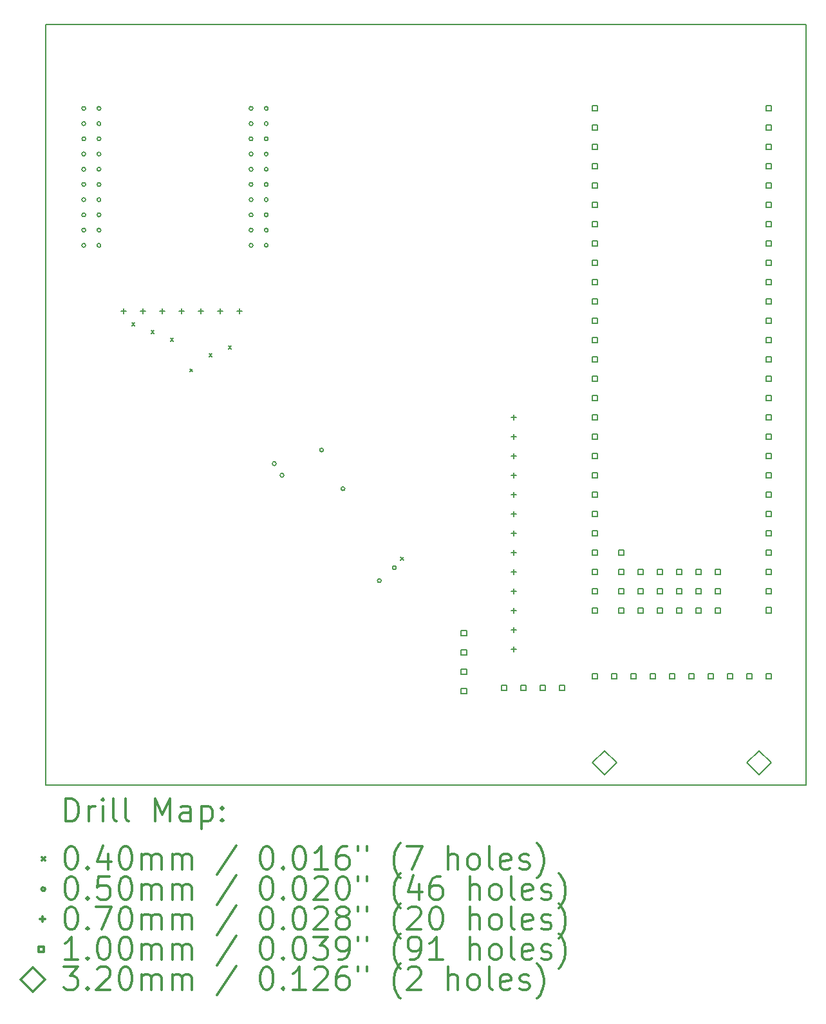
<source format=gbr>
%FSLAX45Y45*%
G04 Gerber Fmt 4.5, Leading zero omitted, Abs format (unit mm)*
G04 Created by KiCad (PCBNEW 4.0.7-e2-6376~58~ubuntu16.04.1) date Tue Oct  2 08:29:19 2018*
%MOMM*%
%LPD*%
G01*
G04 APERTURE LIST*
%ADD10C,0.127000*%
%ADD11C,0.150000*%
%ADD12C,0.200000*%
%ADD13C,0.300000*%
G04 APERTURE END LIST*
D10*
D11*
X20000000Y-5000000D02*
X10000000Y-5000000D01*
X20000000Y-15000000D02*
X20000000Y-5000000D01*
X10000000Y-15000000D02*
X20000000Y-15000000D01*
X10000000Y-5000000D02*
X10000000Y-15000000D01*
D12*
X11130600Y-8918260D02*
X11170600Y-8958260D01*
X11170600Y-8918260D02*
X11130600Y-8958260D01*
X11384600Y-9019860D02*
X11424600Y-9059860D01*
X11424600Y-9019860D02*
X11384600Y-9059860D01*
X11638600Y-9121460D02*
X11678600Y-9161460D01*
X11678600Y-9121460D02*
X11638600Y-9161460D01*
X11892600Y-9522780D02*
X11932600Y-9562780D01*
X11932600Y-9522780D02*
X11892600Y-9562780D01*
X12146600Y-9322120D02*
X12186600Y-9362120D01*
X12186600Y-9322120D02*
X12146600Y-9362120D01*
X12400600Y-9223060D02*
X12440600Y-9263060D01*
X12440600Y-9223060D02*
X12400600Y-9263060D01*
X14667550Y-12000550D02*
X14707550Y-12040550D01*
X14707550Y-12000550D02*
X14667550Y-12040550D01*
X10525000Y-6100000D02*
G75*
G03X10525000Y-6100000I-25000J0D01*
G01*
X10525000Y-6300000D02*
G75*
G03X10525000Y-6300000I-25000J0D01*
G01*
X10525000Y-6500000D02*
G75*
G03X10525000Y-6500000I-25000J0D01*
G01*
X10525000Y-6700000D02*
G75*
G03X10525000Y-6700000I-25000J0D01*
G01*
X10525000Y-6900000D02*
G75*
G03X10525000Y-6900000I-25000J0D01*
G01*
X10525000Y-7100000D02*
G75*
G03X10525000Y-7100000I-25000J0D01*
G01*
X10525000Y-7300000D02*
G75*
G03X10525000Y-7300000I-25000J0D01*
G01*
X10525000Y-7500000D02*
G75*
G03X10525000Y-7500000I-25000J0D01*
G01*
X10525000Y-7700000D02*
G75*
G03X10525000Y-7700000I-25000J0D01*
G01*
X10525000Y-7900000D02*
G75*
G03X10525000Y-7900000I-25000J0D01*
G01*
X10725000Y-6100000D02*
G75*
G03X10725000Y-6100000I-25000J0D01*
G01*
X10725000Y-6300000D02*
G75*
G03X10725000Y-6300000I-25000J0D01*
G01*
X10725000Y-6500000D02*
G75*
G03X10725000Y-6500000I-25000J0D01*
G01*
X10725000Y-6700000D02*
G75*
G03X10725000Y-6700000I-25000J0D01*
G01*
X10725000Y-6900000D02*
G75*
G03X10725000Y-6900000I-25000J0D01*
G01*
X10725000Y-7100000D02*
G75*
G03X10725000Y-7100000I-25000J0D01*
G01*
X10725000Y-7300000D02*
G75*
G03X10725000Y-7300000I-25000J0D01*
G01*
X10725000Y-7500000D02*
G75*
G03X10725000Y-7500000I-25000J0D01*
G01*
X10725000Y-7700000D02*
G75*
G03X10725000Y-7700000I-25000J0D01*
G01*
X10725000Y-7900000D02*
G75*
G03X10725000Y-7900000I-25000J0D01*
G01*
X12725000Y-6100000D02*
G75*
G03X12725000Y-6100000I-25000J0D01*
G01*
X12725000Y-6300000D02*
G75*
G03X12725000Y-6300000I-25000J0D01*
G01*
X12725000Y-6500000D02*
G75*
G03X12725000Y-6500000I-25000J0D01*
G01*
X12725000Y-6700000D02*
G75*
G03X12725000Y-6700000I-25000J0D01*
G01*
X12725000Y-6900000D02*
G75*
G03X12725000Y-6900000I-25000J0D01*
G01*
X12725000Y-7100000D02*
G75*
G03X12725000Y-7100000I-25000J0D01*
G01*
X12725000Y-7300000D02*
G75*
G03X12725000Y-7300000I-25000J0D01*
G01*
X12725000Y-7500000D02*
G75*
G03X12725000Y-7500000I-25000J0D01*
G01*
X12725000Y-7700000D02*
G75*
G03X12725000Y-7700000I-25000J0D01*
G01*
X12725000Y-7900000D02*
G75*
G03X12725000Y-7900000I-25000J0D01*
G01*
X12925000Y-6100000D02*
G75*
G03X12925000Y-6100000I-25000J0D01*
G01*
X12925000Y-6300000D02*
G75*
G03X12925000Y-6300000I-25000J0D01*
G01*
X12925000Y-6500000D02*
G75*
G03X12925000Y-6500000I-25000J0D01*
G01*
X12925000Y-6700000D02*
G75*
G03X12925000Y-6700000I-25000J0D01*
G01*
X12925000Y-6900000D02*
G75*
G03X12925000Y-6900000I-25000J0D01*
G01*
X12925000Y-7100000D02*
G75*
G03X12925000Y-7100000I-25000J0D01*
G01*
X12925000Y-7300000D02*
G75*
G03X12925000Y-7300000I-25000J0D01*
G01*
X12925000Y-7500000D02*
G75*
G03X12925000Y-7500000I-25000J0D01*
G01*
X12925000Y-7700000D02*
G75*
G03X12925000Y-7700000I-25000J0D01*
G01*
X12925000Y-7900000D02*
G75*
G03X12925000Y-7900000I-25000J0D01*
G01*
X13029800Y-10769600D02*
G75*
G03X13029800Y-10769600I-25000J0D01*
G01*
X13131400Y-10922000D02*
G75*
G03X13131400Y-10922000I-25000J0D01*
G01*
X13652100Y-10591800D02*
G75*
G03X13652100Y-10591800I-25000J0D01*
G01*
X13934040Y-11099800D02*
G75*
G03X13934040Y-11099800I-25000J0D01*
G01*
X14411560Y-12308840D02*
G75*
G03X14411560Y-12308840I-25000J0D01*
G01*
X14609680Y-12138660D02*
G75*
G03X14609680Y-12138660I-25000J0D01*
G01*
X11023600Y-8728000D02*
X11023600Y-8798000D01*
X10988600Y-8763000D02*
X11058600Y-8763000D01*
X11277600Y-8728000D02*
X11277600Y-8798000D01*
X11242600Y-8763000D02*
X11312600Y-8763000D01*
X11531600Y-8728000D02*
X11531600Y-8798000D01*
X11496600Y-8763000D02*
X11566600Y-8763000D01*
X11785600Y-8728000D02*
X11785600Y-8798000D01*
X11750600Y-8763000D02*
X11820600Y-8763000D01*
X12039600Y-8728000D02*
X12039600Y-8798000D01*
X12004600Y-8763000D02*
X12074600Y-8763000D01*
X12293600Y-8728000D02*
X12293600Y-8798000D01*
X12258600Y-8763000D02*
X12328600Y-8763000D01*
X12547600Y-8728000D02*
X12547600Y-8798000D01*
X12512600Y-8763000D02*
X12582600Y-8763000D01*
X16154400Y-10125000D02*
X16154400Y-10195000D01*
X16119400Y-10160000D02*
X16189400Y-10160000D01*
X16154400Y-10379000D02*
X16154400Y-10449000D01*
X16119400Y-10414000D02*
X16189400Y-10414000D01*
X16154400Y-10633000D02*
X16154400Y-10703000D01*
X16119400Y-10668000D02*
X16189400Y-10668000D01*
X16154400Y-10887000D02*
X16154400Y-10957000D01*
X16119400Y-10922000D02*
X16189400Y-10922000D01*
X16154400Y-11141000D02*
X16154400Y-11211000D01*
X16119400Y-11176000D02*
X16189400Y-11176000D01*
X16154400Y-11395000D02*
X16154400Y-11465000D01*
X16119400Y-11430000D02*
X16189400Y-11430000D01*
X16154400Y-11649000D02*
X16154400Y-11719000D01*
X16119400Y-11684000D02*
X16189400Y-11684000D01*
X16154400Y-11903000D02*
X16154400Y-11973000D01*
X16119400Y-11938000D02*
X16189400Y-11938000D01*
X16154400Y-12157000D02*
X16154400Y-12227000D01*
X16119400Y-12192000D02*
X16189400Y-12192000D01*
X16154400Y-12411000D02*
X16154400Y-12481000D01*
X16119400Y-12446000D02*
X16189400Y-12446000D01*
X16154400Y-12665000D02*
X16154400Y-12735000D01*
X16119400Y-12700000D02*
X16189400Y-12700000D01*
X16154400Y-12919000D02*
X16154400Y-12989000D01*
X16119400Y-12954000D02*
X16189400Y-12954000D01*
X16154400Y-13173000D02*
X16154400Y-13243000D01*
X16119400Y-13208000D02*
X16189400Y-13208000D01*
X15535356Y-13035356D02*
X15535356Y-12964644D01*
X15464644Y-12964644D01*
X15464644Y-13035356D01*
X15535356Y-13035356D01*
X15535356Y-13289356D02*
X15535356Y-13218644D01*
X15464644Y-13218644D01*
X15464644Y-13289356D01*
X15535356Y-13289356D01*
X15535356Y-13543356D02*
X15535356Y-13472644D01*
X15464644Y-13472644D01*
X15464644Y-13543356D01*
X15535356Y-13543356D01*
X15535356Y-13797356D02*
X15535356Y-13726644D01*
X15464644Y-13726644D01*
X15464644Y-13797356D01*
X15535356Y-13797356D01*
X16062756Y-13751356D02*
X16062756Y-13680644D01*
X15992044Y-13680644D01*
X15992044Y-13751356D01*
X16062756Y-13751356D01*
X16316756Y-13751356D02*
X16316756Y-13680644D01*
X16246044Y-13680644D01*
X16246044Y-13751356D01*
X16316756Y-13751356D01*
X16570756Y-13751356D02*
X16570756Y-13680644D01*
X16500044Y-13680644D01*
X16500044Y-13751356D01*
X16570756Y-13751356D01*
X16824756Y-13751356D02*
X16824756Y-13680644D01*
X16754044Y-13680644D01*
X16754044Y-13751356D01*
X16824756Y-13751356D01*
X17256556Y-6131356D02*
X17256556Y-6060644D01*
X17185844Y-6060644D01*
X17185844Y-6131356D01*
X17256556Y-6131356D01*
X17256556Y-6385356D02*
X17256556Y-6314644D01*
X17185844Y-6314644D01*
X17185844Y-6385356D01*
X17256556Y-6385356D01*
X17256556Y-6639356D02*
X17256556Y-6568644D01*
X17185844Y-6568644D01*
X17185844Y-6639356D01*
X17256556Y-6639356D01*
X17256556Y-6893356D02*
X17256556Y-6822644D01*
X17185844Y-6822644D01*
X17185844Y-6893356D01*
X17256556Y-6893356D01*
X17256556Y-7147356D02*
X17256556Y-7076644D01*
X17185844Y-7076644D01*
X17185844Y-7147356D01*
X17256556Y-7147356D01*
X17256556Y-7401356D02*
X17256556Y-7330644D01*
X17185844Y-7330644D01*
X17185844Y-7401356D01*
X17256556Y-7401356D01*
X17256556Y-7655356D02*
X17256556Y-7584644D01*
X17185844Y-7584644D01*
X17185844Y-7655356D01*
X17256556Y-7655356D01*
X17256556Y-7909356D02*
X17256556Y-7838644D01*
X17185844Y-7838644D01*
X17185844Y-7909356D01*
X17256556Y-7909356D01*
X17256556Y-8163356D02*
X17256556Y-8092644D01*
X17185844Y-8092644D01*
X17185844Y-8163356D01*
X17256556Y-8163356D01*
X17256556Y-8417356D02*
X17256556Y-8346644D01*
X17185844Y-8346644D01*
X17185844Y-8417356D01*
X17256556Y-8417356D01*
X17256556Y-8671356D02*
X17256556Y-8600644D01*
X17185844Y-8600644D01*
X17185844Y-8671356D01*
X17256556Y-8671356D01*
X17256556Y-8925356D02*
X17256556Y-8854644D01*
X17185844Y-8854644D01*
X17185844Y-8925356D01*
X17256556Y-8925356D01*
X17256556Y-9179356D02*
X17256556Y-9108644D01*
X17185844Y-9108644D01*
X17185844Y-9179356D01*
X17256556Y-9179356D01*
X17256556Y-9433356D02*
X17256556Y-9362644D01*
X17185844Y-9362644D01*
X17185844Y-9433356D01*
X17256556Y-9433356D01*
X17256556Y-9687356D02*
X17256556Y-9616644D01*
X17185844Y-9616644D01*
X17185844Y-9687356D01*
X17256556Y-9687356D01*
X17256556Y-9941356D02*
X17256556Y-9870644D01*
X17185844Y-9870644D01*
X17185844Y-9941356D01*
X17256556Y-9941356D01*
X17256556Y-10195356D02*
X17256556Y-10124644D01*
X17185844Y-10124644D01*
X17185844Y-10195356D01*
X17256556Y-10195356D01*
X17256556Y-10449356D02*
X17256556Y-10378644D01*
X17185844Y-10378644D01*
X17185844Y-10449356D01*
X17256556Y-10449356D01*
X17256556Y-10703356D02*
X17256556Y-10632644D01*
X17185844Y-10632644D01*
X17185844Y-10703356D01*
X17256556Y-10703356D01*
X17256556Y-10957356D02*
X17256556Y-10886644D01*
X17185844Y-10886644D01*
X17185844Y-10957356D01*
X17256556Y-10957356D01*
X17256556Y-11211356D02*
X17256556Y-11140644D01*
X17185844Y-11140644D01*
X17185844Y-11211356D01*
X17256556Y-11211356D01*
X17256556Y-11465356D02*
X17256556Y-11394644D01*
X17185844Y-11394644D01*
X17185844Y-11465356D01*
X17256556Y-11465356D01*
X17256556Y-11719356D02*
X17256556Y-11648644D01*
X17185844Y-11648644D01*
X17185844Y-11719356D01*
X17256556Y-11719356D01*
X17256556Y-11973356D02*
X17256556Y-11902644D01*
X17185844Y-11902644D01*
X17185844Y-11973356D01*
X17256556Y-11973356D01*
X17256556Y-12227356D02*
X17256556Y-12156644D01*
X17185844Y-12156644D01*
X17185844Y-12227356D01*
X17256556Y-12227356D01*
X17256556Y-12481356D02*
X17256556Y-12410644D01*
X17185844Y-12410644D01*
X17185844Y-12481356D01*
X17256556Y-12481356D01*
X17256556Y-12735356D02*
X17256556Y-12664644D01*
X17185844Y-12664644D01*
X17185844Y-12735356D01*
X17256556Y-12735356D01*
X17256556Y-13598956D02*
X17256556Y-13528244D01*
X17185844Y-13528244D01*
X17185844Y-13598956D01*
X17256556Y-13598956D01*
X17510556Y-13598956D02*
X17510556Y-13528244D01*
X17439844Y-13528244D01*
X17439844Y-13598956D01*
X17510556Y-13598956D01*
X17606556Y-11973356D02*
X17606556Y-11902644D01*
X17535844Y-11902644D01*
X17535844Y-11973356D01*
X17606556Y-11973356D01*
X17606556Y-12227356D02*
X17606556Y-12156644D01*
X17535844Y-12156644D01*
X17535844Y-12227356D01*
X17606556Y-12227356D01*
X17606556Y-12481356D02*
X17606556Y-12410644D01*
X17535844Y-12410644D01*
X17535844Y-12481356D01*
X17606556Y-12481356D01*
X17606556Y-12735356D02*
X17606556Y-12664644D01*
X17535844Y-12664644D01*
X17535844Y-12735356D01*
X17606556Y-12735356D01*
X17764556Y-13598956D02*
X17764556Y-13528244D01*
X17693844Y-13528244D01*
X17693844Y-13598956D01*
X17764556Y-13598956D01*
X17860556Y-12227356D02*
X17860556Y-12156644D01*
X17789844Y-12156644D01*
X17789844Y-12227356D01*
X17860556Y-12227356D01*
X17860556Y-12481356D02*
X17860556Y-12410644D01*
X17789844Y-12410644D01*
X17789844Y-12481356D01*
X17860556Y-12481356D01*
X17860556Y-12735356D02*
X17860556Y-12664644D01*
X17789844Y-12664644D01*
X17789844Y-12735356D01*
X17860556Y-12735356D01*
X18018556Y-13598956D02*
X18018556Y-13528244D01*
X17947844Y-13528244D01*
X17947844Y-13598956D01*
X18018556Y-13598956D01*
X18114556Y-12227356D02*
X18114556Y-12156644D01*
X18043844Y-12156644D01*
X18043844Y-12227356D01*
X18114556Y-12227356D01*
X18114556Y-12481356D02*
X18114556Y-12410644D01*
X18043844Y-12410644D01*
X18043844Y-12481356D01*
X18114556Y-12481356D01*
X18114556Y-12735356D02*
X18114556Y-12664644D01*
X18043844Y-12664644D01*
X18043844Y-12735356D01*
X18114556Y-12735356D01*
X18272556Y-13598956D02*
X18272556Y-13528244D01*
X18201844Y-13528244D01*
X18201844Y-13598956D01*
X18272556Y-13598956D01*
X18368556Y-12227356D02*
X18368556Y-12156644D01*
X18297844Y-12156644D01*
X18297844Y-12227356D01*
X18368556Y-12227356D01*
X18368556Y-12481356D02*
X18368556Y-12410644D01*
X18297844Y-12410644D01*
X18297844Y-12481356D01*
X18368556Y-12481356D01*
X18368556Y-12735356D02*
X18368556Y-12664644D01*
X18297844Y-12664644D01*
X18297844Y-12735356D01*
X18368556Y-12735356D01*
X18526556Y-13598956D02*
X18526556Y-13528244D01*
X18455844Y-13528244D01*
X18455844Y-13598956D01*
X18526556Y-13598956D01*
X18622556Y-12227356D02*
X18622556Y-12156644D01*
X18551844Y-12156644D01*
X18551844Y-12227356D01*
X18622556Y-12227356D01*
X18622556Y-12481356D02*
X18622556Y-12410644D01*
X18551844Y-12410644D01*
X18551844Y-12481356D01*
X18622556Y-12481356D01*
X18622556Y-12735356D02*
X18622556Y-12664644D01*
X18551844Y-12664644D01*
X18551844Y-12735356D01*
X18622556Y-12735356D01*
X18780556Y-13598956D02*
X18780556Y-13528244D01*
X18709844Y-13528244D01*
X18709844Y-13598956D01*
X18780556Y-13598956D01*
X18876556Y-12227356D02*
X18876556Y-12156644D01*
X18805844Y-12156644D01*
X18805844Y-12227356D01*
X18876556Y-12227356D01*
X18876556Y-12481356D02*
X18876556Y-12410644D01*
X18805844Y-12410644D01*
X18805844Y-12481356D01*
X18876556Y-12481356D01*
X18876556Y-12735356D02*
X18876556Y-12664644D01*
X18805844Y-12664644D01*
X18805844Y-12735356D01*
X18876556Y-12735356D01*
X19034556Y-13598956D02*
X19034556Y-13528244D01*
X18963844Y-13528244D01*
X18963844Y-13598956D01*
X19034556Y-13598956D01*
X19288556Y-13598956D02*
X19288556Y-13528244D01*
X19217844Y-13528244D01*
X19217844Y-13598956D01*
X19288556Y-13598956D01*
X19542556Y-6131356D02*
X19542556Y-6060644D01*
X19471844Y-6060644D01*
X19471844Y-6131356D01*
X19542556Y-6131356D01*
X19542556Y-6385356D02*
X19542556Y-6314644D01*
X19471844Y-6314644D01*
X19471844Y-6385356D01*
X19542556Y-6385356D01*
X19542556Y-6639356D02*
X19542556Y-6568644D01*
X19471844Y-6568644D01*
X19471844Y-6639356D01*
X19542556Y-6639356D01*
X19542556Y-6893356D02*
X19542556Y-6822644D01*
X19471844Y-6822644D01*
X19471844Y-6893356D01*
X19542556Y-6893356D01*
X19542556Y-7147356D02*
X19542556Y-7076644D01*
X19471844Y-7076644D01*
X19471844Y-7147356D01*
X19542556Y-7147356D01*
X19542556Y-7401356D02*
X19542556Y-7330644D01*
X19471844Y-7330644D01*
X19471844Y-7401356D01*
X19542556Y-7401356D01*
X19542556Y-7655356D02*
X19542556Y-7584644D01*
X19471844Y-7584644D01*
X19471844Y-7655356D01*
X19542556Y-7655356D01*
X19542556Y-7909356D02*
X19542556Y-7838644D01*
X19471844Y-7838644D01*
X19471844Y-7909356D01*
X19542556Y-7909356D01*
X19542556Y-8163356D02*
X19542556Y-8092644D01*
X19471844Y-8092644D01*
X19471844Y-8163356D01*
X19542556Y-8163356D01*
X19542556Y-8417356D02*
X19542556Y-8346644D01*
X19471844Y-8346644D01*
X19471844Y-8417356D01*
X19542556Y-8417356D01*
X19542556Y-8671356D02*
X19542556Y-8600644D01*
X19471844Y-8600644D01*
X19471844Y-8671356D01*
X19542556Y-8671356D01*
X19542556Y-8925356D02*
X19542556Y-8854644D01*
X19471844Y-8854644D01*
X19471844Y-8925356D01*
X19542556Y-8925356D01*
X19542556Y-9179356D02*
X19542556Y-9108644D01*
X19471844Y-9108644D01*
X19471844Y-9179356D01*
X19542556Y-9179356D01*
X19542556Y-9433356D02*
X19542556Y-9362644D01*
X19471844Y-9362644D01*
X19471844Y-9433356D01*
X19542556Y-9433356D01*
X19542556Y-9687356D02*
X19542556Y-9616644D01*
X19471844Y-9616644D01*
X19471844Y-9687356D01*
X19542556Y-9687356D01*
X19542556Y-9941356D02*
X19542556Y-9870644D01*
X19471844Y-9870644D01*
X19471844Y-9941356D01*
X19542556Y-9941356D01*
X19542556Y-10195356D02*
X19542556Y-10124644D01*
X19471844Y-10124644D01*
X19471844Y-10195356D01*
X19542556Y-10195356D01*
X19542556Y-10449356D02*
X19542556Y-10378644D01*
X19471844Y-10378644D01*
X19471844Y-10449356D01*
X19542556Y-10449356D01*
X19542556Y-10703356D02*
X19542556Y-10632644D01*
X19471844Y-10632644D01*
X19471844Y-10703356D01*
X19542556Y-10703356D01*
X19542556Y-10957356D02*
X19542556Y-10886644D01*
X19471844Y-10886644D01*
X19471844Y-10957356D01*
X19542556Y-10957356D01*
X19542556Y-11211356D02*
X19542556Y-11140644D01*
X19471844Y-11140644D01*
X19471844Y-11211356D01*
X19542556Y-11211356D01*
X19542556Y-11465356D02*
X19542556Y-11394644D01*
X19471844Y-11394644D01*
X19471844Y-11465356D01*
X19542556Y-11465356D01*
X19542556Y-11719356D02*
X19542556Y-11648644D01*
X19471844Y-11648644D01*
X19471844Y-11719356D01*
X19542556Y-11719356D01*
X19542556Y-11973356D02*
X19542556Y-11902644D01*
X19471844Y-11902644D01*
X19471844Y-11973356D01*
X19542556Y-11973356D01*
X19542556Y-12227356D02*
X19542556Y-12156644D01*
X19471844Y-12156644D01*
X19471844Y-12227356D01*
X19542556Y-12227356D01*
X19542556Y-12481356D02*
X19542556Y-12410644D01*
X19471844Y-12410644D01*
X19471844Y-12481356D01*
X19542556Y-12481356D01*
X19542556Y-12731356D02*
X19542556Y-12660644D01*
X19471844Y-12660644D01*
X19471844Y-12731356D01*
X19542556Y-12731356D01*
X19542556Y-13598956D02*
X19542556Y-13528244D01*
X19471844Y-13528244D01*
X19471844Y-13598956D01*
X19542556Y-13598956D01*
X17345700Y-14863600D02*
X17505700Y-14703600D01*
X17345700Y-14543600D01*
X17185700Y-14703600D01*
X17345700Y-14863600D01*
X19383100Y-14863600D02*
X19543100Y-14703600D01*
X19383100Y-14543600D01*
X19223100Y-14703600D01*
X19383100Y-14863600D01*
D13*
X10263929Y-15473214D02*
X10263929Y-15173214D01*
X10335357Y-15173214D01*
X10378214Y-15187500D01*
X10406786Y-15216071D01*
X10421071Y-15244643D01*
X10435357Y-15301786D01*
X10435357Y-15344643D01*
X10421071Y-15401786D01*
X10406786Y-15430357D01*
X10378214Y-15458929D01*
X10335357Y-15473214D01*
X10263929Y-15473214D01*
X10563929Y-15473214D02*
X10563929Y-15273214D01*
X10563929Y-15330357D02*
X10578214Y-15301786D01*
X10592500Y-15287500D01*
X10621071Y-15273214D01*
X10649643Y-15273214D01*
X10749643Y-15473214D02*
X10749643Y-15273214D01*
X10749643Y-15173214D02*
X10735357Y-15187500D01*
X10749643Y-15201786D01*
X10763929Y-15187500D01*
X10749643Y-15173214D01*
X10749643Y-15201786D01*
X10935357Y-15473214D02*
X10906786Y-15458929D01*
X10892500Y-15430357D01*
X10892500Y-15173214D01*
X11092500Y-15473214D02*
X11063929Y-15458929D01*
X11049643Y-15430357D01*
X11049643Y-15173214D01*
X11435357Y-15473214D02*
X11435357Y-15173214D01*
X11535357Y-15387500D01*
X11635357Y-15173214D01*
X11635357Y-15473214D01*
X11906786Y-15473214D02*
X11906786Y-15316071D01*
X11892500Y-15287500D01*
X11863928Y-15273214D01*
X11806786Y-15273214D01*
X11778214Y-15287500D01*
X11906786Y-15458929D02*
X11878214Y-15473214D01*
X11806786Y-15473214D01*
X11778214Y-15458929D01*
X11763928Y-15430357D01*
X11763928Y-15401786D01*
X11778214Y-15373214D01*
X11806786Y-15358929D01*
X11878214Y-15358929D01*
X11906786Y-15344643D01*
X12049643Y-15273214D02*
X12049643Y-15573214D01*
X12049643Y-15287500D02*
X12078214Y-15273214D01*
X12135357Y-15273214D01*
X12163928Y-15287500D01*
X12178214Y-15301786D01*
X12192500Y-15330357D01*
X12192500Y-15416071D01*
X12178214Y-15444643D01*
X12163928Y-15458929D01*
X12135357Y-15473214D01*
X12078214Y-15473214D01*
X12049643Y-15458929D01*
X12321071Y-15444643D02*
X12335357Y-15458929D01*
X12321071Y-15473214D01*
X12306786Y-15458929D01*
X12321071Y-15444643D01*
X12321071Y-15473214D01*
X12321071Y-15287500D02*
X12335357Y-15301786D01*
X12321071Y-15316071D01*
X12306786Y-15301786D01*
X12321071Y-15287500D01*
X12321071Y-15316071D01*
X9952500Y-15947500D02*
X9992500Y-15987500D01*
X9992500Y-15947500D02*
X9952500Y-15987500D01*
X10321071Y-15803214D02*
X10349643Y-15803214D01*
X10378214Y-15817500D01*
X10392500Y-15831786D01*
X10406786Y-15860357D01*
X10421071Y-15917500D01*
X10421071Y-15988929D01*
X10406786Y-16046071D01*
X10392500Y-16074643D01*
X10378214Y-16088929D01*
X10349643Y-16103214D01*
X10321071Y-16103214D01*
X10292500Y-16088929D01*
X10278214Y-16074643D01*
X10263929Y-16046071D01*
X10249643Y-15988929D01*
X10249643Y-15917500D01*
X10263929Y-15860357D01*
X10278214Y-15831786D01*
X10292500Y-15817500D01*
X10321071Y-15803214D01*
X10549643Y-16074643D02*
X10563929Y-16088929D01*
X10549643Y-16103214D01*
X10535357Y-16088929D01*
X10549643Y-16074643D01*
X10549643Y-16103214D01*
X10821071Y-15903214D02*
X10821071Y-16103214D01*
X10749643Y-15788929D02*
X10678214Y-16003214D01*
X10863928Y-16003214D01*
X11035357Y-15803214D02*
X11063929Y-15803214D01*
X11092500Y-15817500D01*
X11106786Y-15831786D01*
X11121071Y-15860357D01*
X11135357Y-15917500D01*
X11135357Y-15988929D01*
X11121071Y-16046071D01*
X11106786Y-16074643D01*
X11092500Y-16088929D01*
X11063929Y-16103214D01*
X11035357Y-16103214D01*
X11006786Y-16088929D01*
X10992500Y-16074643D01*
X10978214Y-16046071D01*
X10963929Y-15988929D01*
X10963929Y-15917500D01*
X10978214Y-15860357D01*
X10992500Y-15831786D01*
X11006786Y-15817500D01*
X11035357Y-15803214D01*
X11263928Y-16103214D02*
X11263928Y-15903214D01*
X11263928Y-15931786D02*
X11278214Y-15917500D01*
X11306786Y-15903214D01*
X11349643Y-15903214D01*
X11378214Y-15917500D01*
X11392500Y-15946071D01*
X11392500Y-16103214D01*
X11392500Y-15946071D02*
X11406786Y-15917500D01*
X11435357Y-15903214D01*
X11478214Y-15903214D01*
X11506786Y-15917500D01*
X11521071Y-15946071D01*
X11521071Y-16103214D01*
X11663928Y-16103214D02*
X11663928Y-15903214D01*
X11663928Y-15931786D02*
X11678214Y-15917500D01*
X11706786Y-15903214D01*
X11749643Y-15903214D01*
X11778214Y-15917500D01*
X11792500Y-15946071D01*
X11792500Y-16103214D01*
X11792500Y-15946071D02*
X11806786Y-15917500D01*
X11835357Y-15903214D01*
X11878214Y-15903214D01*
X11906786Y-15917500D01*
X11921071Y-15946071D01*
X11921071Y-16103214D01*
X12506786Y-15788929D02*
X12249643Y-16174643D01*
X12892500Y-15803214D02*
X12921071Y-15803214D01*
X12949643Y-15817500D01*
X12963928Y-15831786D01*
X12978214Y-15860357D01*
X12992500Y-15917500D01*
X12992500Y-15988929D01*
X12978214Y-16046071D01*
X12963928Y-16074643D01*
X12949643Y-16088929D01*
X12921071Y-16103214D01*
X12892500Y-16103214D01*
X12863928Y-16088929D01*
X12849643Y-16074643D01*
X12835357Y-16046071D01*
X12821071Y-15988929D01*
X12821071Y-15917500D01*
X12835357Y-15860357D01*
X12849643Y-15831786D01*
X12863928Y-15817500D01*
X12892500Y-15803214D01*
X13121071Y-16074643D02*
X13135357Y-16088929D01*
X13121071Y-16103214D01*
X13106786Y-16088929D01*
X13121071Y-16074643D01*
X13121071Y-16103214D01*
X13321071Y-15803214D02*
X13349643Y-15803214D01*
X13378214Y-15817500D01*
X13392500Y-15831786D01*
X13406785Y-15860357D01*
X13421071Y-15917500D01*
X13421071Y-15988929D01*
X13406785Y-16046071D01*
X13392500Y-16074643D01*
X13378214Y-16088929D01*
X13349643Y-16103214D01*
X13321071Y-16103214D01*
X13292500Y-16088929D01*
X13278214Y-16074643D01*
X13263928Y-16046071D01*
X13249643Y-15988929D01*
X13249643Y-15917500D01*
X13263928Y-15860357D01*
X13278214Y-15831786D01*
X13292500Y-15817500D01*
X13321071Y-15803214D01*
X13706785Y-16103214D02*
X13535357Y-16103214D01*
X13621071Y-16103214D02*
X13621071Y-15803214D01*
X13592500Y-15846071D01*
X13563928Y-15874643D01*
X13535357Y-15888929D01*
X13963928Y-15803214D02*
X13906785Y-15803214D01*
X13878214Y-15817500D01*
X13863928Y-15831786D01*
X13835357Y-15874643D01*
X13821071Y-15931786D01*
X13821071Y-16046071D01*
X13835357Y-16074643D01*
X13849643Y-16088929D01*
X13878214Y-16103214D01*
X13935357Y-16103214D01*
X13963928Y-16088929D01*
X13978214Y-16074643D01*
X13992500Y-16046071D01*
X13992500Y-15974643D01*
X13978214Y-15946071D01*
X13963928Y-15931786D01*
X13935357Y-15917500D01*
X13878214Y-15917500D01*
X13849643Y-15931786D01*
X13835357Y-15946071D01*
X13821071Y-15974643D01*
X14106786Y-15803214D02*
X14106786Y-15860357D01*
X14221071Y-15803214D02*
X14221071Y-15860357D01*
X14663928Y-16217500D02*
X14649643Y-16203214D01*
X14621071Y-16160357D01*
X14606785Y-16131786D01*
X14592500Y-16088929D01*
X14578214Y-16017500D01*
X14578214Y-15960357D01*
X14592500Y-15888929D01*
X14606785Y-15846071D01*
X14621071Y-15817500D01*
X14649643Y-15774643D01*
X14663928Y-15760357D01*
X14749643Y-15803214D02*
X14949643Y-15803214D01*
X14821071Y-16103214D01*
X15292500Y-16103214D02*
X15292500Y-15803214D01*
X15421071Y-16103214D02*
X15421071Y-15946071D01*
X15406785Y-15917500D01*
X15378214Y-15903214D01*
X15335357Y-15903214D01*
X15306785Y-15917500D01*
X15292500Y-15931786D01*
X15606785Y-16103214D02*
X15578214Y-16088929D01*
X15563928Y-16074643D01*
X15549643Y-16046071D01*
X15549643Y-15960357D01*
X15563928Y-15931786D01*
X15578214Y-15917500D01*
X15606785Y-15903214D01*
X15649643Y-15903214D01*
X15678214Y-15917500D01*
X15692500Y-15931786D01*
X15706785Y-15960357D01*
X15706785Y-16046071D01*
X15692500Y-16074643D01*
X15678214Y-16088929D01*
X15649643Y-16103214D01*
X15606785Y-16103214D01*
X15878214Y-16103214D02*
X15849643Y-16088929D01*
X15835357Y-16060357D01*
X15835357Y-15803214D01*
X16106786Y-16088929D02*
X16078214Y-16103214D01*
X16021071Y-16103214D01*
X15992500Y-16088929D01*
X15978214Y-16060357D01*
X15978214Y-15946071D01*
X15992500Y-15917500D01*
X16021071Y-15903214D01*
X16078214Y-15903214D01*
X16106786Y-15917500D01*
X16121071Y-15946071D01*
X16121071Y-15974643D01*
X15978214Y-16003214D01*
X16235357Y-16088929D02*
X16263928Y-16103214D01*
X16321071Y-16103214D01*
X16349643Y-16088929D01*
X16363928Y-16060357D01*
X16363928Y-16046071D01*
X16349643Y-16017500D01*
X16321071Y-16003214D01*
X16278214Y-16003214D01*
X16249643Y-15988929D01*
X16235357Y-15960357D01*
X16235357Y-15946071D01*
X16249643Y-15917500D01*
X16278214Y-15903214D01*
X16321071Y-15903214D01*
X16349643Y-15917500D01*
X16463928Y-16217500D02*
X16478214Y-16203214D01*
X16506786Y-16160357D01*
X16521071Y-16131786D01*
X16535357Y-16088929D01*
X16549643Y-16017500D01*
X16549643Y-15960357D01*
X16535357Y-15888929D01*
X16521071Y-15846071D01*
X16506786Y-15817500D01*
X16478214Y-15774643D01*
X16463928Y-15760357D01*
X9992500Y-16363500D02*
G75*
G03X9992500Y-16363500I-25000J0D01*
G01*
X10321071Y-16199214D02*
X10349643Y-16199214D01*
X10378214Y-16213500D01*
X10392500Y-16227786D01*
X10406786Y-16256357D01*
X10421071Y-16313500D01*
X10421071Y-16384929D01*
X10406786Y-16442071D01*
X10392500Y-16470643D01*
X10378214Y-16484929D01*
X10349643Y-16499214D01*
X10321071Y-16499214D01*
X10292500Y-16484929D01*
X10278214Y-16470643D01*
X10263929Y-16442071D01*
X10249643Y-16384929D01*
X10249643Y-16313500D01*
X10263929Y-16256357D01*
X10278214Y-16227786D01*
X10292500Y-16213500D01*
X10321071Y-16199214D01*
X10549643Y-16470643D02*
X10563929Y-16484929D01*
X10549643Y-16499214D01*
X10535357Y-16484929D01*
X10549643Y-16470643D01*
X10549643Y-16499214D01*
X10835357Y-16199214D02*
X10692500Y-16199214D01*
X10678214Y-16342071D01*
X10692500Y-16327786D01*
X10721071Y-16313500D01*
X10792500Y-16313500D01*
X10821071Y-16327786D01*
X10835357Y-16342071D01*
X10849643Y-16370643D01*
X10849643Y-16442071D01*
X10835357Y-16470643D01*
X10821071Y-16484929D01*
X10792500Y-16499214D01*
X10721071Y-16499214D01*
X10692500Y-16484929D01*
X10678214Y-16470643D01*
X11035357Y-16199214D02*
X11063929Y-16199214D01*
X11092500Y-16213500D01*
X11106786Y-16227786D01*
X11121071Y-16256357D01*
X11135357Y-16313500D01*
X11135357Y-16384929D01*
X11121071Y-16442071D01*
X11106786Y-16470643D01*
X11092500Y-16484929D01*
X11063929Y-16499214D01*
X11035357Y-16499214D01*
X11006786Y-16484929D01*
X10992500Y-16470643D01*
X10978214Y-16442071D01*
X10963929Y-16384929D01*
X10963929Y-16313500D01*
X10978214Y-16256357D01*
X10992500Y-16227786D01*
X11006786Y-16213500D01*
X11035357Y-16199214D01*
X11263928Y-16499214D02*
X11263928Y-16299214D01*
X11263928Y-16327786D02*
X11278214Y-16313500D01*
X11306786Y-16299214D01*
X11349643Y-16299214D01*
X11378214Y-16313500D01*
X11392500Y-16342071D01*
X11392500Y-16499214D01*
X11392500Y-16342071D02*
X11406786Y-16313500D01*
X11435357Y-16299214D01*
X11478214Y-16299214D01*
X11506786Y-16313500D01*
X11521071Y-16342071D01*
X11521071Y-16499214D01*
X11663928Y-16499214D02*
X11663928Y-16299214D01*
X11663928Y-16327786D02*
X11678214Y-16313500D01*
X11706786Y-16299214D01*
X11749643Y-16299214D01*
X11778214Y-16313500D01*
X11792500Y-16342071D01*
X11792500Y-16499214D01*
X11792500Y-16342071D02*
X11806786Y-16313500D01*
X11835357Y-16299214D01*
X11878214Y-16299214D01*
X11906786Y-16313500D01*
X11921071Y-16342071D01*
X11921071Y-16499214D01*
X12506786Y-16184929D02*
X12249643Y-16570643D01*
X12892500Y-16199214D02*
X12921071Y-16199214D01*
X12949643Y-16213500D01*
X12963928Y-16227786D01*
X12978214Y-16256357D01*
X12992500Y-16313500D01*
X12992500Y-16384929D01*
X12978214Y-16442071D01*
X12963928Y-16470643D01*
X12949643Y-16484929D01*
X12921071Y-16499214D01*
X12892500Y-16499214D01*
X12863928Y-16484929D01*
X12849643Y-16470643D01*
X12835357Y-16442071D01*
X12821071Y-16384929D01*
X12821071Y-16313500D01*
X12835357Y-16256357D01*
X12849643Y-16227786D01*
X12863928Y-16213500D01*
X12892500Y-16199214D01*
X13121071Y-16470643D02*
X13135357Y-16484929D01*
X13121071Y-16499214D01*
X13106786Y-16484929D01*
X13121071Y-16470643D01*
X13121071Y-16499214D01*
X13321071Y-16199214D02*
X13349643Y-16199214D01*
X13378214Y-16213500D01*
X13392500Y-16227786D01*
X13406785Y-16256357D01*
X13421071Y-16313500D01*
X13421071Y-16384929D01*
X13406785Y-16442071D01*
X13392500Y-16470643D01*
X13378214Y-16484929D01*
X13349643Y-16499214D01*
X13321071Y-16499214D01*
X13292500Y-16484929D01*
X13278214Y-16470643D01*
X13263928Y-16442071D01*
X13249643Y-16384929D01*
X13249643Y-16313500D01*
X13263928Y-16256357D01*
X13278214Y-16227786D01*
X13292500Y-16213500D01*
X13321071Y-16199214D01*
X13535357Y-16227786D02*
X13549643Y-16213500D01*
X13578214Y-16199214D01*
X13649643Y-16199214D01*
X13678214Y-16213500D01*
X13692500Y-16227786D01*
X13706785Y-16256357D01*
X13706785Y-16284929D01*
X13692500Y-16327786D01*
X13521071Y-16499214D01*
X13706785Y-16499214D01*
X13892500Y-16199214D02*
X13921071Y-16199214D01*
X13949643Y-16213500D01*
X13963928Y-16227786D01*
X13978214Y-16256357D01*
X13992500Y-16313500D01*
X13992500Y-16384929D01*
X13978214Y-16442071D01*
X13963928Y-16470643D01*
X13949643Y-16484929D01*
X13921071Y-16499214D01*
X13892500Y-16499214D01*
X13863928Y-16484929D01*
X13849643Y-16470643D01*
X13835357Y-16442071D01*
X13821071Y-16384929D01*
X13821071Y-16313500D01*
X13835357Y-16256357D01*
X13849643Y-16227786D01*
X13863928Y-16213500D01*
X13892500Y-16199214D01*
X14106786Y-16199214D02*
X14106786Y-16256357D01*
X14221071Y-16199214D02*
X14221071Y-16256357D01*
X14663928Y-16613500D02*
X14649643Y-16599214D01*
X14621071Y-16556357D01*
X14606785Y-16527786D01*
X14592500Y-16484929D01*
X14578214Y-16413500D01*
X14578214Y-16356357D01*
X14592500Y-16284929D01*
X14606785Y-16242071D01*
X14621071Y-16213500D01*
X14649643Y-16170643D01*
X14663928Y-16156357D01*
X14906785Y-16299214D02*
X14906785Y-16499214D01*
X14835357Y-16184929D02*
X14763928Y-16399214D01*
X14949643Y-16399214D01*
X15192500Y-16199214D02*
X15135357Y-16199214D01*
X15106785Y-16213500D01*
X15092500Y-16227786D01*
X15063928Y-16270643D01*
X15049643Y-16327786D01*
X15049643Y-16442071D01*
X15063928Y-16470643D01*
X15078214Y-16484929D01*
X15106785Y-16499214D01*
X15163928Y-16499214D01*
X15192500Y-16484929D01*
X15206785Y-16470643D01*
X15221071Y-16442071D01*
X15221071Y-16370643D01*
X15206785Y-16342071D01*
X15192500Y-16327786D01*
X15163928Y-16313500D01*
X15106785Y-16313500D01*
X15078214Y-16327786D01*
X15063928Y-16342071D01*
X15049643Y-16370643D01*
X15578214Y-16499214D02*
X15578214Y-16199214D01*
X15706785Y-16499214D02*
X15706785Y-16342071D01*
X15692500Y-16313500D01*
X15663928Y-16299214D01*
X15621071Y-16299214D01*
X15592500Y-16313500D01*
X15578214Y-16327786D01*
X15892500Y-16499214D02*
X15863928Y-16484929D01*
X15849643Y-16470643D01*
X15835357Y-16442071D01*
X15835357Y-16356357D01*
X15849643Y-16327786D01*
X15863928Y-16313500D01*
X15892500Y-16299214D01*
X15935357Y-16299214D01*
X15963928Y-16313500D01*
X15978214Y-16327786D01*
X15992500Y-16356357D01*
X15992500Y-16442071D01*
X15978214Y-16470643D01*
X15963928Y-16484929D01*
X15935357Y-16499214D01*
X15892500Y-16499214D01*
X16163928Y-16499214D02*
X16135357Y-16484929D01*
X16121071Y-16456357D01*
X16121071Y-16199214D01*
X16392500Y-16484929D02*
X16363928Y-16499214D01*
X16306786Y-16499214D01*
X16278214Y-16484929D01*
X16263928Y-16456357D01*
X16263928Y-16342071D01*
X16278214Y-16313500D01*
X16306786Y-16299214D01*
X16363928Y-16299214D01*
X16392500Y-16313500D01*
X16406786Y-16342071D01*
X16406786Y-16370643D01*
X16263928Y-16399214D01*
X16521071Y-16484929D02*
X16549643Y-16499214D01*
X16606786Y-16499214D01*
X16635357Y-16484929D01*
X16649643Y-16456357D01*
X16649643Y-16442071D01*
X16635357Y-16413500D01*
X16606786Y-16399214D01*
X16563928Y-16399214D01*
X16535357Y-16384929D01*
X16521071Y-16356357D01*
X16521071Y-16342071D01*
X16535357Y-16313500D01*
X16563928Y-16299214D01*
X16606786Y-16299214D01*
X16635357Y-16313500D01*
X16749643Y-16613500D02*
X16763928Y-16599214D01*
X16792500Y-16556357D01*
X16806786Y-16527786D01*
X16821071Y-16484929D01*
X16835357Y-16413500D01*
X16835357Y-16356357D01*
X16821071Y-16284929D01*
X16806786Y-16242071D01*
X16792500Y-16213500D01*
X16763928Y-16170643D01*
X16749643Y-16156357D01*
X9957500Y-16724500D02*
X9957500Y-16794500D01*
X9922500Y-16759500D02*
X9992500Y-16759500D01*
X10321071Y-16595214D02*
X10349643Y-16595214D01*
X10378214Y-16609500D01*
X10392500Y-16623786D01*
X10406786Y-16652357D01*
X10421071Y-16709500D01*
X10421071Y-16780929D01*
X10406786Y-16838072D01*
X10392500Y-16866643D01*
X10378214Y-16880929D01*
X10349643Y-16895214D01*
X10321071Y-16895214D01*
X10292500Y-16880929D01*
X10278214Y-16866643D01*
X10263929Y-16838072D01*
X10249643Y-16780929D01*
X10249643Y-16709500D01*
X10263929Y-16652357D01*
X10278214Y-16623786D01*
X10292500Y-16609500D01*
X10321071Y-16595214D01*
X10549643Y-16866643D02*
X10563929Y-16880929D01*
X10549643Y-16895214D01*
X10535357Y-16880929D01*
X10549643Y-16866643D01*
X10549643Y-16895214D01*
X10663928Y-16595214D02*
X10863928Y-16595214D01*
X10735357Y-16895214D01*
X11035357Y-16595214D02*
X11063929Y-16595214D01*
X11092500Y-16609500D01*
X11106786Y-16623786D01*
X11121071Y-16652357D01*
X11135357Y-16709500D01*
X11135357Y-16780929D01*
X11121071Y-16838072D01*
X11106786Y-16866643D01*
X11092500Y-16880929D01*
X11063929Y-16895214D01*
X11035357Y-16895214D01*
X11006786Y-16880929D01*
X10992500Y-16866643D01*
X10978214Y-16838072D01*
X10963929Y-16780929D01*
X10963929Y-16709500D01*
X10978214Y-16652357D01*
X10992500Y-16623786D01*
X11006786Y-16609500D01*
X11035357Y-16595214D01*
X11263928Y-16895214D02*
X11263928Y-16695214D01*
X11263928Y-16723786D02*
X11278214Y-16709500D01*
X11306786Y-16695214D01*
X11349643Y-16695214D01*
X11378214Y-16709500D01*
X11392500Y-16738071D01*
X11392500Y-16895214D01*
X11392500Y-16738071D02*
X11406786Y-16709500D01*
X11435357Y-16695214D01*
X11478214Y-16695214D01*
X11506786Y-16709500D01*
X11521071Y-16738071D01*
X11521071Y-16895214D01*
X11663928Y-16895214D02*
X11663928Y-16695214D01*
X11663928Y-16723786D02*
X11678214Y-16709500D01*
X11706786Y-16695214D01*
X11749643Y-16695214D01*
X11778214Y-16709500D01*
X11792500Y-16738071D01*
X11792500Y-16895214D01*
X11792500Y-16738071D02*
X11806786Y-16709500D01*
X11835357Y-16695214D01*
X11878214Y-16695214D01*
X11906786Y-16709500D01*
X11921071Y-16738071D01*
X11921071Y-16895214D01*
X12506786Y-16580929D02*
X12249643Y-16966643D01*
X12892500Y-16595214D02*
X12921071Y-16595214D01*
X12949643Y-16609500D01*
X12963928Y-16623786D01*
X12978214Y-16652357D01*
X12992500Y-16709500D01*
X12992500Y-16780929D01*
X12978214Y-16838072D01*
X12963928Y-16866643D01*
X12949643Y-16880929D01*
X12921071Y-16895214D01*
X12892500Y-16895214D01*
X12863928Y-16880929D01*
X12849643Y-16866643D01*
X12835357Y-16838072D01*
X12821071Y-16780929D01*
X12821071Y-16709500D01*
X12835357Y-16652357D01*
X12849643Y-16623786D01*
X12863928Y-16609500D01*
X12892500Y-16595214D01*
X13121071Y-16866643D02*
X13135357Y-16880929D01*
X13121071Y-16895214D01*
X13106786Y-16880929D01*
X13121071Y-16866643D01*
X13121071Y-16895214D01*
X13321071Y-16595214D02*
X13349643Y-16595214D01*
X13378214Y-16609500D01*
X13392500Y-16623786D01*
X13406785Y-16652357D01*
X13421071Y-16709500D01*
X13421071Y-16780929D01*
X13406785Y-16838072D01*
X13392500Y-16866643D01*
X13378214Y-16880929D01*
X13349643Y-16895214D01*
X13321071Y-16895214D01*
X13292500Y-16880929D01*
X13278214Y-16866643D01*
X13263928Y-16838072D01*
X13249643Y-16780929D01*
X13249643Y-16709500D01*
X13263928Y-16652357D01*
X13278214Y-16623786D01*
X13292500Y-16609500D01*
X13321071Y-16595214D01*
X13535357Y-16623786D02*
X13549643Y-16609500D01*
X13578214Y-16595214D01*
X13649643Y-16595214D01*
X13678214Y-16609500D01*
X13692500Y-16623786D01*
X13706785Y-16652357D01*
X13706785Y-16680929D01*
X13692500Y-16723786D01*
X13521071Y-16895214D01*
X13706785Y-16895214D01*
X13878214Y-16723786D02*
X13849643Y-16709500D01*
X13835357Y-16695214D01*
X13821071Y-16666643D01*
X13821071Y-16652357D01*
X13835357Y-16623786D01*
X13849643Y-16609500D01*
X13878214Y-16595214D01*
X13935357Y-16595214D01*
X13963928Y-16609500D01*
X13978214Y-16623786D01*
X13992500Y-16652357D01*
X13992500Y-16666643D01*
X13978214Y-16695214D01*
X13963928Y-16709500D01*
X13935357Y-16723786D01*
X13878214Y-16723786D01*
X13849643Y-16738071D01*
X13835357Y-16752357D01*
X13821071Y-16780929D01*
X13821071Y-16838072D01*
X13835357Y-16866643D01*
X13849643Y-16880929D01*
X13878214Y-16895214D01*
X13935357Y-16895214D01*
X13963928Y-16880929D01*
X13978214Y-16866643D01*
X13992500Y-16838072D01*
X13992500Y-16780929D01*
X13978214Y-16752357D01*
X13963928Y-16738071D01*
X13935357Y-16723786D01*
X14106786Y-16595214D02*
X14106786Y-16652357D01*
X14221071Y-16595214D02*
X14221071Y-16652357D01*
X14663928Y-17009500D02*
X14649643Y-16995214D01*
X14621071Y-16952357D01*
X14606785Y-16923786D01*
X14592500Y-16880929D01*
X14578214Y-16809500D01*
X14578214Y-16752357D01*
X14592500Y-16680929D01*
X14606785Y-16638071D01*
X14621071Y-16609500D01*
X14649643Y-16566643D01*
X14663928Y-16552357D01*
X14763928Y-16623786D02*
X14778214Y-16609500D01*
X14806785Y-16595214D01*
X14878214Y-16595214D01*
X14906785Y-16609500D01*
X14921071Y-16623786D01*
X14935357Y-16652357D01*
X14935357Y-16680929D01*
X14921071Y-16723786D01*
X14749643Y-16895214D01*
X14935357Y-16895214D01*
X15121071Y-16595214D02*
X15149643Y-16595214D01*
X15178214Y-16609500D01*
X15192500Y-16623786D01*
X15206785Y-16652357D01*
X15221071Y-16709500D01*
X15221071Y-16780929D01*
X15206785Y-16838072D01*
X15192500Y-16866643D01*
X15178214Y-16880929D01*
X15149643Y-16895214D01*
X15121071Y-16895214D01*
X15092500Y-16880929D01*
X15078214Y-16866643D01*
X15063928Y-16838072D01*
X15049643Y-16780929D01*
X15049643Y-16709500D01*
X15063928Y-16652357D01*
X15078214Y-16623786D01*
X15092500Y-16609500D01*
X15121071Y-16595214D01*
X15578214Y-16895214D02*
X15578214Y-16595214D01*
X15706785Y-16895214D02*
X15706785Y-16738071D01*
X15692500Y-16709500D01*
X15663928Y-16695214D01*
X15621071Y-16695214D01*
X15592500Y-16709500D01*
X15578214Y-16723786D01*
X15892500Y-16895214D02*
X15863928Y-16880929D01*
X15849643Y-16866643D01*
X15835357Y-16838072D01*
X15835357Y-16752357D01*
X15849643Y-16723786D01*
X15863928Y-16709500D01*
X15892500Y-16695214D01*
X15935357Y-16695214D01*
X15963928Y-16709500D01*
X15978214Y-16723786D01*
X15992500Y-16752357D01*
X15992500Y-16838072D01*
X15978214Y-16866643D01*
X15963928Y-16880929D01*
X15935357Y-16895214D01*
X15892500Y-16895214D01*
X16163928Y-16895214D02*
X16135357Y-16880929D01*
X16121071Y-16852357D01*
X16121071Y-16595214D01*
X16392500Y-16880929D02*
X16363928Y-16895214D01*
X16306786Y-16895214D01*
X16278214Y-16880929D01*
X16263928Y-16852357D01*
X16263928Y-16738071D01*
X16278214Y-16709500D01*
X16306786Y-16695214D01*
X16363928Y-16695214D01*
X16392500Y-16709500D01*
X16406786Y-16738071D01*
X16406786Y-16766643D01*
X16263928Y-16795214D01*
X16521071Y-16880929D02*
X16549643Y-16895214D01*
X16606786Y-16895214D01*
X16635357Y-16880929D01*
X16649643Y-16852357D01*
X16649643Y-16838072D01*
X16635357Y-16809500D01*
X16606786Y-16795214D01*
X16563928Y-16795214D01*
X16535357Y-16780929D01*
X16521071Y-16752357D01*
X16521071Y-16738071D01*
X16535357Y-16709500D01*
X16563928Y-16695214D01*
X16606786Y-16695214D01*
X16635357Y-16709500D01*
X16749643Y-17009500D02*
X16763928Y-16995214D01*
X16792500Y-16952357D01*
X16806786Y-16923786D01*
X16821071Y-16880929D01*
X16835357Y-16809500D01*
X16835357Y-16752357D01*
X16821071Y-16680929D01*
X16806786Y-16638071D01*
X16792500Y-16609500D01*
X16763928Y-16566643D01*
X16749643Y-16552357D01*
X9977856Y-17190856D02*
X9977856Y-17120144D01*
X9907144Y-17120144D01*
X9907144Y-17190856D01*
X9977856Y-17190856D01*
X10421071Y-17291214D02*
X10249643Y-17291214D01*
X10335357Y-17291214D02*
X10335357Y-16991214D01*
X10306786Y-17034072D01*
X10278214Y-17062643D01*
X10249643Y-17076929D01*
X10549643Y-17262643D02*
X10563929Y-17276929D01*
X10549643Y-17291214D01*
X10535357Y-17276929D01*
X10549643Y-17262643D01*
X10549643Y-17291214D01*
X10749643Y-16991214D02*
X10778214Y-16991214D01*
X10806786Y-17005500D01*
X10821071Y-17019786D01*
X10835357Y-17048357D01*
X10849643Y-17105500D01*
X10849643Y-17176929D01*
X10835357Y-17234072D01*
X10821071Y-17262643D01*
X10806786Y-17276929D01*
X10778214Y-17291214D01*
X10749643Y-17291214D01*
X10721071Y-17276929D01*
X10706786Y-17262643D01*
X10692500Y-17234072D01*
X10678214Y-17176929D01*
X10678214Y-17105500D01*
X10692500Y-17048357D01*
X10706786Y-17019786D01*
X10721071Y-17005500D01*
X10749643Y-16991214D01*
X11035357Y-16991214D02*
X11063929Y-16991214D01*
X11092500Y-17005500D01*
X11106786Y-17019786D01*
X11121071Y-17048357D01*
X11135357Y-17105500D01*
X11135357Y-17176929D01*
X11121071Y-17234072D01*
X11106786Y-17262643D01*
X11092500Y-17276929D01*
X11063929Y-17291214D01*
X11035357Y-17291214D01*
X11006786Y-17276929D01*
X10992500Y-17262643D01*
X10978214Y-17234072D01*
X10963929Y-17176929D01*
X10963929Y-17105500D01*
X10978214Y-17048357D01*
X10992500Y-17019786D01*
X11006786Y-17005500D01*
X11035357Y-16991214D01*
X11263928Y-17291214D02*
X11263928Y-17091214D01*
X11263928Y-17119786D02*
X11278214Y-17105500D01*
X11306786Y-17091214D01*
X11349643Y-17091214D01*
X11378214Y-17105500D01*
X11392500Y-17134072D01*
X11392500Y-17291214D01*
X11392500Y-17134072D02*
X11406786Y-17105500D01*
X11435357Y-17091214D01*
X11478214Y-17091214D01*
X11506786Y-17105500D01*
X11521071Y-17134072D01*
X11521071Y-17291214D01*
X11663928Y-17291214D02*
X11663928Y-17091214D01*
X11663928Y-17119786D02*
X11678214Y-17105500D01*
X11706786Y-17091214D01*
X11749643Y-17091214D01*
X11778214Y-17105500D01*
X11792500Y-17134072D01*
X11792500Y-17291214D01*
X11792500Y-17134072D02*
X11806786Y-17105500D01*
X11835357Y-17091214D01*
X11878214Y-17091214D01*
X11906786Y-17105500D01*
X11921071Y-17134072D01*
X11921071Y-17291214D01*
X12506786Y-16976929D02*
X12249643Y-17362643D01*
X12892500Y-16991214D02*
X12921071Y-16991214D01*
X12949643Y-17005500D01*
X12963928Y-17019786D01*
X12978214Y-17048357D01*
X12992500Y-17105500D01*
X12992500Y-17176929D01*
X12978214Y-17234072D01*
X12963928Y-17262643D01*
X12949643Y-17276929D01*
X12921071Y-17291214D01*
X12892500Y-17291214D01*
X12863928Y-17276929D01*
X12849643Y-17262643D01*
X12835357Y-17234072D01*
X12821071Y-17176929D01*
X12821071Y-17105500D01*
X12835357Y-17048357D01*
X12849643Y-17019786D01*
X12863928Y-17005500D01*
X12892500Y-16991214D01*
X13121071Y-17262643D02*
X13135357Y-17276929D01*
X13121071Y-17291214D01*
X13106786Y-17276929D01*
X13121071Y-17262643D01*
X13121071Y-17291214D01*
X13321071Y-16991214D02*
X13349643Y-16991214D01*
X13378214Y-17005500D01*
X13392500Y-17019786D01*
X13406785Y-17048357D01*
X13421071Y-17105500D01*
X13421071Y-17176929D01*
X13406785Y-17234072D01*
X13392500Y-17262643D01*
X13378214Y-17276929D01*
X13349643Y-17291214D01*
X13321071Y-17291214D01*
X13292500Y-17276929D01*
X13278214Y-17262643D01*
X13263928Y-17234072D01*
X13249643Y-17176929D01*
X13249643Y-17105500D01*
X13263928Y-17048357D01*
X13278214Y-17019786D01*
X13292500Y-17005500D01*
X13321071Y-16991214D01*
X13521071Y-16991214D02*
X13706785Y-16991214D01*
X13606785Y-17105500D01*
X13649643Y-17105500D01*
X13678214Y-17119786D01*
X13692500Y-17134072D01*
X13706785Y-17162643D01*
X13706785Y-17234072D01*
X13692500Y-17262643D01*
X13678214Y-17276929D01*
X13649643Y-17291214D01*
X13563928Y-17291214D01*
X13535357Y-17276929D01*
X13521071Y-17262643D01*
X13849643Y-17291214D02*
X13906785Y-17291214D01*
X13935357Y-17276929D01*
X13949643Y-17262643D01*
X13978214Y-17219786D01*
X13992500Y-17162643D01*
X13992500Y-17048357D01*
X13978214Y-17019786D01*
X13963928Y-17005500D01*
X13935357Y-16991214D01*
X13878214Y-16991214D01*
X13849643Y-17005500D01*
X13835357Y-17019786D01*
X13821071Y-17048357D01*
X13821071Y-17119786D01*
X13835357Y-17148357D01*
X13849643Y-17162643D01*
X13878214Y-17176929D01*
X13935357Y-17176929D01*
X13963928Y-17162643D01*
X13978214Y-17148357D01*
X13992500Y-17119786D01*
X14106786Y-16991214D02*
X14106786Y-17048357D01*
X14221071Y-16991214D02*
X14221071Y-17048357D01*
X14663928Y-17405500D02*
X14649643Y-17391214D01*
X14621071Y-17348357D01*
X14606785Y-17319786D01*
X14592500Y-17276929D01*
X14578214Y-17205500D01*
X14578214Y-17148357D01*
X14592500Y-17076929D01*
X14606785Y-17034072D01*
X14621071Y-17005500D01*
X14649643Y-16962643D01*
X14663928Y-16948357D01*
X14792500Y-17291214D02*
X14849643Y-17291214D01*
X14878214Y-17276929D01*
X14892500Y-17262643D01*
X14921071Y-17219786D01*
X14935357Y-17162643D01*
X14935357Y-17048357D01*
X14921071Y-17019786D01*
X14906785Y-17005500D01*
X14878214Y-16991214D01*
X14821071Y-16991214D01*
X14792500Y-17005500D01*
X14778214Y-17019786D01*
X14763928Y-17048357D01*
X14763928Y-17119786D01*
X14778214Y-17148357D01*
X14792500Y-17162643D01*
X14821071Y-17176929D01*
X14878214Y-17176929D01*
X14906785Y-17162643D01*
X14921071Y-17148357D01*
X14935357Y-17119786D01*
X15221071Y-17291214D02*
X15049643Y-17291214D01*
X15135357Y-17291214D02*
X15135357Y-16991214D01*
X15106785Y-17034072D01*
X15078214Y-17062643D01*
X15049643Y-17076929D01*
X15578214Y-17291214D02*
X15578214Y-16991214D01*
X15706785Y-17291214D02*
X15706785Y-17134072D01*
X15692500Y-17105500D01*
X15663928Y-17091214D01*
X15621071Y-17091214D01*
X15592500Y-17105500D01*
X15578214Y-17119786D01*
X15892500Y-17291214D02*
X15863928Y-17276929D01*
X15849643Y-17262643D01*
X15835357Y-17234072D01*
X15835357Y-17148357D01*
X15849643Y-17119786D01*
X15863928Y-17105500D01*
X15892500Y-17091214D01*
X15935357Y-17091214D01*
X15963928Y-17105500D01*
X15978214Y-17119786D01*
X15992500Y-17148357D01*
X15992500Y-17234072D01*
X15978214Y-17262643D01*
X15963928Y-17276929D01*
X15935357Y-17291214D01*
X15892500Y-17291214D01*
X16163928Y-17291214D02*
X16135357Y-17276929D01*
X16121071Y-17248357D01*
X16121071Y-16991214D01*
X16392500Y-17276929D02*
X16363928Y-17291214D01*
X16306786Y-17291214D01*
X16278214Y-17276929D01*
X16263928Y-17248357D01*
X16263928Y-17134072D01*
X16278214Y-17105500D01*
X16306786Y-17091214D01*
X16363928Y-17091214D01*
X16392500Y-17105500D01*
X16406786Y-17134072D01*
X16406786Y-17162643D01*
X16263928Y-17191214D01*
X16521071Y-17276929D02*
X16549643Y-17291214D01*
X16606786Y-17291214D01*
X16635357Y-17276929D01*
X16649643Y-17248357D01*
X16649643Y-17234072D01*
X16635357Y-17205500D01*
X16606786Y-17191214D01*
X16563928Y-17191214D01*
X16535357Y-17176929D01*
X16521071Y-17148357D01*
X16521071Y-17134072D01*
X16535357Y-17105500D01*
X16563928Y-17091214D01*
X16606786Y-17091214D01*
X16635357Y-17105500D01*
X16749643Y-17405500D02*
X16763928Y-17391214D01*
X16792500Y-17348357D01*
X16806786Y-17319786D01*
X16821071Y-17276929D01*
X16835357Y-17205500D01*
X16835357Y-17148357D01*
X16821071Y-17076929D01*
X16806786Y-17034072D01*
X16792500Y-17005500D01*
X16763928Y-16962643D01*
X16749643Y-16948357D01*
X9832500Y-17711500D02*
X9992500Y-17551500D01*
X9832500Y-17391500D01*
X9672500Y-17551500D01*
X9832500Y-17711500D01*
X10235357Y-17387214D02*
X10421071Y-17387214D01*
X10321071Y-17501500D01*
X10363929Y-17501500D01*
X10392500Y-17515786D01*
X10406786Y-17530072D01*
X10421071Y-17558643D01*
X10421071Y-17630072D01*
X10406786Y-17658643D01*
X10392500Y-17672929D01*
X10363929Y-17687214D01*
X10278214Y-17687214D01*
X10249643Y-17672929D01*
X10235357Y-17658643D01*
X10549643Y-17658643D02*
X10563929Y-17672929D01*
X10549643Y-17687214D01*
X10535357Y-17672929D01*
X10549643Y-17658643D01*
X10549643Y-17687214D01*
X10678214Y-17415786D02*
X10692500Y-17401500D01*
X10721071Y-17387214D01*
X10792500Y-17387214D01*
X10821071Y-17401500D01*
X10835357Y-17415786D01*
X10849643Y-17444357D01*
X10849643Y-17472929D01*
X10835357Y-17515786D01*
X10663928Y-17687214D01*
X10849643Y-17687214D01*
X11035357Y-17387214D02*
X11063929Y-17387214D01*
X11092500Y-17401500D01*
X11106786Y-17415786D01*
X11121071Y-17444357D01*
X11135357Y-17501500D01*
X11135357Y-17572929D01*
X11121071Y-17630072D01*
X11106786Y-17658643D01*
X11092500Y-17672929D01*
X11063929Y-17687214D01*
X11035357Y-17687214D01*
X11006786Y-17672929D01*
X10992500Y-17658643D01*
X10978214Y-17630072D01*
X10963929Y-17572929D01*
X10963929Y-17501500D01*
X10978214Y-17444357D01*
X10992500Y-17415786D01*
X11006786Y-17401500D01*
X11035357Y-17387214D01*
X11263928Y-17687214D02*
X11263928Y-17487214D01*
X11263928Y-17515786D02*
X11278214Y-17501500D01*
X11306786Y-17487214D01*
X11349643Y-17487214D01*
X11378214Y-17501500D01*
X11392500Y-17530072D01*
X11392500Y-17687214D01*
X11392500Y-17530072D02*
X11406786Y-17501500D01*
X11435357Y-17487214D01*
X11478214Y-17487214D01*
X11506786Y-17501500D01*
X11521071Y-17530072D01*
X11521071Y-17687214D01*
X11663928Y-17687214D02*
X11663928Y-17487214D01*
X11663928Y-17515786D02*
X11678214Y-17501500D01*
X11706786Y-17487214D01*
X11749643Y-17487214D01*
X11778214Y-17501500D01*
X11792500Y-17530072D01*
X11792500Y-17687214D01*
X11792500Y-17530072D02*
X11806786Y-17501500D01*
X11835357Y-17487214D01*
X11878214Y-17487214D01*
X11906786Y-17501500D01*
X11921071Y-17530072D01*
X11921071Y-17687214D01*
X12506786Y-17372929D02*
X12249643Y-17758643D01*
X12892500Y-17387214D02*
X12921071Y-17387214D01*
X12949643Y-17401500D01*
X12963928Y-17415786D01*
X12978214Y-17444357D01*
X12992500Y-17501500D01*
X12992500Y-17572929D01*
X12978214Y-17630072D01*
X12963928Y-17658643D01*
X12949643Y-17672929D01*
X12921071Y-17687214D01*
X12892500Y-17687214D01*
X12863928Y-17672929D01*
X12849643Y-17658643D01*
X12835357Y-17630072D01*
X12821071Y-17572929D01*
X12821071Y-17501500D01*
X12835357Y-17444357D01*
X12849643Y-17415786D01*
X12863928Y-17401500D01*
X12892500Y-17387214D01*
X13121071Y-17658643D02*
X13135357Y-17672929D01*
X13121071Y-17687214D01*
X13106786Y-17672929D01*
X13121071Y-17658643D01*
X13121071Y-17687214D01*
X13421071Y-17687214D02*
X13249643Y-17687214D01*
X13335357Y-17687214D02*
X13335357Y-17387214D01*
X13306785Y-17430072D01*
X13278214Y-17458643D01*
X13249643Y-17472929D01*
X13535357Y-17415786D02*
X13549643Y-17401500D01*
X13578214Y-17387214D01*
X13649643Y-17387214D01*
X13678214Y-17401500D01*
X13692500Y-17415786D01*
X13706785Y-17444357D01*
X13706785Y-17472929D01*
X13692500Y-17515786D01*
X13521071Y-17687214D01*
X13706785Y-17687214D01*
X13963928Y-17387214D02*
X13906785Y-17387214D01*
X13878214Y-17401500D01*
X13863928Y-17415786D01*
X13835357Y-17458643D01*
X13821071Y-17515786D01*
X13821071Y-17630072D01*
X13835357Y-17658643D01*
X13849643Y-17672929D01*
X13878214Y-17687214D01*
X13935357Y-17687214D01*
X13963928Y-17672929D01*
X13978214Y-17658643D01*
X13992500Y-17630072D01*
X13992500Y-17558643D01*
X13978214Y-17530072D01*
X13963928Y-17515786D01*
X13935357Y-17501500D01*
X13878214Y-17501500D01*
X13849643Y-17515786D01*
X13835357Y-17530072D01*
X13821071Y-17558643D01*
X14106786Y-17387214D02*
X14106786Y-17444357D01*
X14221071Y-17387214D02*
X14221071Y-17444357D01*
X14663928Y-17801500D02*
X14649643Y-17787214D01*
X14621071Y-17744357D01*
X14606785Y-17715786D01*
X14592500Y-17672929D01*
X14578214Y-17601500D01*
X14578214Y-17544357D01*
X14592500Y-17472929D01*
X14606785Y-17430072D01*
X14621071Y-17401500D01*
X14649643Y-17358643D01*
X14663928Y-17344357D01*
X14763928Y-17415786D02*
X14778214Y-17401500D01*
X14806785Y-17387214D01*
X14878214Y-17387214D01*
X14906785Y-17401500D01*
X14921071Y-17415786D01*
X14935357Y-17444357D01*
X14935357Y-17472929D01*
X14921071Y-17515786D01*
X14749643Y-17687214D01*
X14935357Y-17687214D01*
X15292500Y-17687214D02*
X15292500Y-17387214D01*
X15421071Y-17687214D02*
X15421071Y-17530072D01*
X15406785Y-17501500D01*
X15378214Y-17487214D01*
X15335357Y-17487214D01*
X15306785Y-17501500D01*
X15292500Y-17515786D01*
X15606785Y-17687214D02*
X15578214Y-17672929D01*
X15563928Y-17658643D01*
X15549643Y-17630072D01*
X15549643Y-17544357D01*
X15563928Y-17515786D01*
X15578214Y-17501500D01*
X15606785Y-17487214D01*
X15649643Y-17487214D01*
X15678214Y-17501500D01*
X15692500Y-17515786D01*
X15706785Y-17544357D01*
X15706785Y-17630072D01*
X15692500Y-17658643D01*
X15678214Y-17672929D01*
X15649643Y-17687214D01*
X15606785Y-17687214D01*
X15878214Y-17687214D02*
X15849643Y-17672929D01*
X15835357Y-17644357D01*
X15835357Y-17387214D01*
X16106786Y-17672929D02*
X16078214Y-17687214D01*
X16021071Y-17687214D01*
X15992500Y-17672929D01*
X15978214Y-17644357D01*
X15978214Y-17530072D01*
X15992500Y-17501500D01*
X16021071Y-17487214D01*
X16078214Y-17487214D01*
X16106786Y-17501500D01*
X16121071Y-17530072D01*
X16121071Y-17558643D01*
X15978214Y-17587214D01*
X16235357Y-17672929D02*
X16263928Y-17687214D01*
X16321071Y-17687214D01*
X16349643Y-17672929D01*
X16363928Y-17644357D01*
X16363928Y-17630072D01*
X16349643Y-17601500D01*
X16321071Y-17587214D01*
X16278214Y-17587214D01*
X16249643Y-17572929D01*
X16235357Y-17544357D01*
X16235357Y-17530072D01*
X16249643Y-17501500D01*
X16278214Y-17487214D01*
X16321071Y-17487214D01*
X16349643Y-17501500D01*
X16463928Y-17801500D02*
X16478214Y-17787214D01*
X16506786Y-17744357D01*
X16521071Y-17715786D01*
X16535357Y-17672929D01*
X16549643Y-17601500D01*
X16549643Y-17544357D01*
X16535357Y-17472929D01*
X16521071Y-17430072D01*
X16506786Y-17401500D01*
X16478214Y-17358643D01*
X16463928Y-17344357D01*
M02*

</source>
